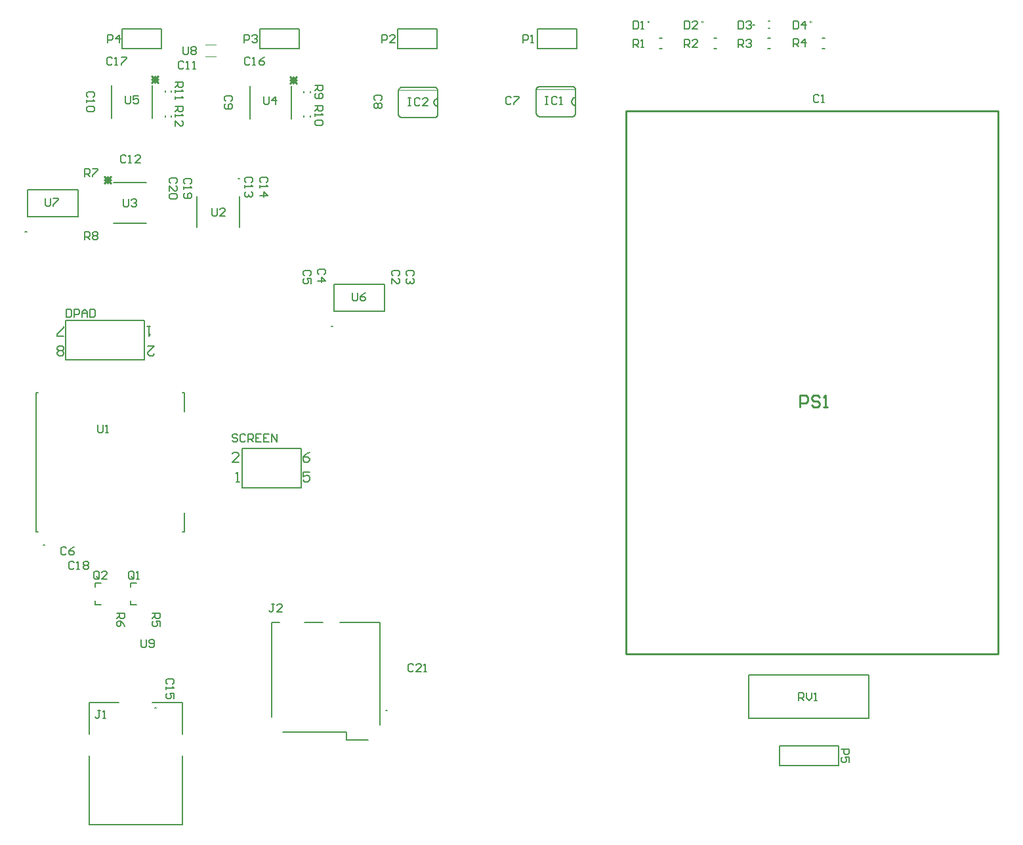
<source format=gto>
G04*
G04 #@! TF.GenerationSoftware,Altium Limited,Altium Designer,22.10.1 (41)*
G04*
G04 Layer_Color=16777215*
%FSLAX25Y25*%
%MOIN*%
G70*
G04*
G04 #@! TF.SameCoordinates,AD521441-6981-4C9A-977E-8A670088B7DC*
G04*
G04*
G04 #@! TF.FilePolarity,Positive*
G04*
G01*
G75*
%ADD10C,0.00787*%
%ADD11C,0.00500*%
%ADD12C,0.00600*%
%ADD13C,0.00394*%
%ADD14C,0.00000*%
%ADD15C,0.01000*%
%ADD16C,0.00800*%
%ADD17C,0.00200*%
%ADD18C,0.00394*%
D10*
X132354Y221508D02*
X131567D01*
X132354D01*
X278614Y332236D02*
X277827D01*
X278614D01*
X231258Y407331D02*
X230470D01*
X231258D01*
X123114Y380236D02*
X122327D01*
X123114D01*
X492831Y485500D02*
X492043D01*
X492831D01*
X306224Y137307D02*
X305437D01*
X306224D01*
X505500Y119500D02*
X535500D01*
X505500Y109500D02*
Y119500D01*
Y109500D02*
X535500D01*
Y119500D01*
X143000Y335500D02*
X183000D01*
X143000Y315500D02*
X183000D01*
Y335500D01*
X143000Y315500D02*
Y335500D01*
X191500Y473500D02*
Y483500D01*
X171500Y473500D02*
X191500D01*
X171500D02*
Y483500D01*
X191500D01*
X261500Y473500D02*
Y483500D01*
X241500Y473500D02*
X261500D01*
X241500D02*
Y483500D01*
X261500D01*
X331500Y473500D02*
Y483500D01*
X311500Y473500D02*
X331500D01*
X311500D02*
Y483500D01*
X331500D01*
X402500Y473500D02*
Y483500D01*
X382500Y473500D02*
X402500D01*
X382500D02*
Y483500D01*
X402500D01*
X243333Y250500D02*
X262500D01*
X232500D02*
X262500D01*
X232500Y270500D02*
X262500D01*
X232500Y250500D02*
Y270500D01*
X262500Y250500D02*
Y270500D01*
X247457Y182189D02*
X251394D01*
X247457Y134157D02*
Y182189D01*
X302575Y130220D02*
Y182189D01*
X282102D02*
X302575D01*
X264386D02*
X273441D01*
X285449Y122346D02*
X296669D01*
X285449D02*
Y126283D01*
X253362D02*
X285449D01*
D11*
X188967Y138740D02*
X188191D01*
X188967D01*
X527071Y473323D02*
X528410D01*
X527071Y478677D02*
X528410D01*
X202197Y298870D02*
X203378D01*
Y288988D02*
Y298870D01*
Y228004D02*
Y237886D01*
X202197Y228004D02*
X203378D01*
X127787Y298870D02*
X128969D01*
X127787Y228004D02*
Y298870D01*
Y228004D02*
X128969D01*
X154819Y125354D02*
Y141378D01*
X187004D02*
X202181D01*
Y125354D02*
Y141378D01*
X154819Y79528D02*
Y114409D01*
X202181Y79528D02*
Y114409D01*
X154819Y79528D02*
X202181D01*
X154819Y141378D02*
X169996D01*
X489988Y155524D02*
X551012D01*
X489988Y133476D02*
X551012D01*
X489988D02*
Y155524D01*
X551012Y133476D02*
Y155524D01*
X279205Y353890D02*
X304795D01*
Y340110D02*
Y353890D01*
X279205Y340110D02*
X304795D01*
X279205D02*
Y353890D01*
X231317Y382646D02*
Y398354D01*
X209683Y382646D02*
Y398354D01*
X123705Y401890D02*
X149295D01*
Y388110D02*
Y401890D01*
X123705Y388110D02*
X149295D01*
X123705D02*
Y401890D01*
X193425Y438831D02*
Y439461D01*
X196575Y438831D02*
Y439461D01*
Y451331D02*
Y451961D01*
X193425Y451331D02*
Y451961D01*
X263925Y451039D02*
Y451669D01*
X267075Y451039D02*
Y451669D01*
Y438831D02*
Y439461D01*
X263925Y438831D02*
Y439461D01*
X499591Y478677D02*
X500929D01*
X499591Y473323D02*
X500929D01*
X499976Y487272D02*
X500646D01*
X499976Y483728D02*
X500646D01*
X472071Y478677D02*
X473409D01*
X472071Y473323D02*
X473409D01*
X444571Y478677D02*
X445909D01*
X444571Y473323D02*
X445909D01*
D12*
X332000Y448000D02*
X331000Y447732D01*
X330268Y447000D01*
X330000Y446000D01*
X330268Y445000D01*
X331000Y444268D01*
X332000Y444000D01*
Y452200D02*
X331561Y453261D01*
X330500Y453700D01*
X312000Y439800D02*
X312439Y438739D01*
X313500Y438300D01*
X330500D02*
X331561Y438739D01*
X332000Y439800D01*
X313500Y453700D02*
X312439Y453261D01*
X312000Y452200D01*
X402000Y448500D02*
X401000Y448232D01*
X400268Y447500D01*
X400000Y446500D01*
X400268Y445500D01*
X401000Y444768D01*
X402000Y444500D01*
Y452700D02*
X401561Y453761D01*
X400500Y454200D01*
X382000Y440300D02*
X382439Y439239D01*
X383500Y438800D01*
X400500D02*
X401561Y439239D01*
X402000Y440300D01*
X383500Y454200D02*
X382439Y453761D01*
X382000Y452700D01*
X167100Y384600D02*
X183900D01*
X167100Y405400D02*
X183900D01*
X332000Y439800D02*
Y452200D01*
X312000Y439800D02*
Y452200D01*
X313500Y453700D02*
X330500D01*
X313500Y438300D02*
X330500D01*
X166100Y437900D02*
Y454700D01*
X186900Y437900D02*
Y454700D01*
X257400Y437600D02*
Y454400D01*
X236600Y437600D02*
Y454400D01*
X402000Y440300D02*
Y452700D01*
X382000Y440300D02*
Y452700D01*
X383500Y454200D02*
X400500D01*
X383500Y438800D02*
X400500D01*
D13*
X212760Y475650D02*
D03*
D14*
X521760Y487075D02*
X521010Y487508D01*
Y486642D01*
X521760Y487075D01*
X466760D02*
X466010Y487508D01*
Y486642D01*
X466760Y487075D01*
X439354D02*
X438604Y487508D01*
Y486642D01*
X439354Y487075D01*
D15*
X427425Y166032D02*
Y441622D01*
Y166032D02*
X616402D01*
X427425Y441622D02*
X616402D01*
Y166032D02*
Y441622D01*
X516002Y291501D02*
Y297499D01*
X519001D01*
X520001Y296499D01*
Y294500D01*
X519001Y293500D01*
X516002D01*
X525999Y296499D02*
X524999Y297499D01*
X523000D01*
X522000Y296499D01*
Y295500D01*
X523000Y294500D01*
X524999D01*
X525999Y293500D01*
Y292501D01*
X524999Y291501D01*
X523000D01*
X522000Y292501D01*
X527998Y291501D02*
X529998D01*
X528998D01*
Y297499D01*
X527998Y296499D01*
X162500Y408265D02*
X165832Y404933D01*
X162500D02*
X165832Y408265D01*
X162500Y406599D02*
X165832D01*
X164166Y404933D02*
Y408265D01*
X189765Y459300D02*
X186433Y455968D01*
Y459300D02*
X189765Y455968D01*
X188099Y459300D02*
Y455968D01*
X186433Y457634D02*
X189765D01*
X260265Y459000D02*
X256933Y455668D01*
Y459000D02*
X260265Y455668D01*
X258599Y459000D02*
Y455668D01*
X256933Y457334D02*
X260265D01*
D16*
X157731Y199900D02*
Y202100D01*
X160931D01*
X157731Y190900D02*
Y193100D01*
Y190900D02*
X160931D01*
X175731D02*
X178931D01*
X175731D02*
Y193100D01*
Y202100D02*
X178931D01*
X175731Y199900D02*
Y202100D01*
X512668Y474501D02*
Y478499D01*
X514667D01*
X515334Y477833D01*
Y476500D01*
X514667Y475834D01*
X512668D01*
X514001D02*
X515334Y474501D01*
X518666D02*
Y478499D01*
X516667Y476500D01*
X519332D01*
X159334Y282499D02*
Y279167D01*
X160001Y278501D01*
X161334D01*
X162000Y279167D01*
Y282499D01*
X163333Y278501D02*
X164666D01*
X163999D01*
Y282499D01*
X163333Y281833D01*
X184668Y322500D02*
X188000D01*
X184668Y319168D01*
Y318335D01*
X185501Y317502D01*
X187167D01*
X188000Y318335D01*
X186000Y332500D02*
X184334D01*
X185167D01*
Y327502D01*
X186000Y328335D01*
X142000Y327502D02*
X138668D01*
Y328335D01*
X142000Y331667D01*
Y332500D01*
Y318335D02*
X141167Y317502D01*
X139501D01*
X138668Y318335D01*
Y319168D01*
X139501Y320001D01*
X138668Y320834D01*
Y321667D01*
X139501Y322500D01*
X141167D01*
X142000Y321667D01*
Y320834D01*
X141167Y320001D01*
X142000Y319168D01*
Y318335D01*
X141167Y320001D02*
X139501D01*
X229500Y253500D02*
X231166D01*
X230333D01*
Y258498D01*
X229500Y257665D01*
X230832Y263500D02*
X227500D01*
X230832Y266832D01*
Y267665D01*
X229999Y268498D01*
X228333D01*
X227500Y267665D01*
X266832Y258498D02*
X263500D01*
Y255999D01*
X265166Y256832D01*
X265999D01*
X266832Y255999D01*
Y254333D01*
X265999Y253500D01*
X264333D01*
X263500Y254333D01*
X266832Y268498D02*
X265166Y267665D01*
X263500Y265999D01*
Y264333D01*
X264333Y263500D01*
X265999D01*
X266832Y264333D01*
Y265166D01*
X265999Y265999D01*
X263500D01*
X181168Y173499D02*
Y170167D01*
X181834Y169501D01*
X183167D01*
X183834Y170167D01*
Y173499D01*
X185167Y170167D02*
X185833Y169501D01*
X187166D01*
X187832Y170167D01*
Y172833D01*
X187166Y173499D01*
X185833D01*
X185167Y172833D01*
Y172167D01*
X185833Y171500D01*
X187832D01*
X202668Y474499D02*
Y471167D01*
X203334Y470501D01*
X204667D01*
X205334Y471167D01*
Y474499D01*
X206666Y473833D02*
X207333Y474499D01*
X208666D01*
X209332Y473833D01*
Y473166D01*
X208666Y472500D01*
X209332Y471834D01*
Y471167D01*
X208666Y470501D01*
X207333D01*
X206666Y471167D01*
Y471834D01*
X207333Y472500D01*
X206666Y473166D01*
Y473833D01*
X207333Y472500D02*
X208666D01*
X132668Y397499D02*
Y394167D01*
X133334Y393501D01*
X134667D01*
X135334Y394167D01*
Y397499D01*
X136667D02*
X139332D01*
Y396833D01*
X136667Y394167D01*
Y393501D01*
X288668Y349499D02*
Y346167D01*
X289334Y345501D01*
X290667D01*
X291334Y346167D01*
Y349499D01*
X295332D02*
X293999Y348833D01*
X292667Y347500D01*
Y346167D01*
X293333Y345501D01*
X294666D01*
X295332Y346167D01*
Y346834D01*
X294666Y347500D01*
X292667D01*
X173168Y449499D02*
Y446167D01*
X173834Y445501D01*
X175167D01*
X175833Y446167D01*
Y449499D01*
X179832D02*
X177166D01*
Y447500D01*
X178499Y448166D01*
X179166D01*
X179832Y447500D01*
Y446167D01*
X179166Y445501D01*
X177833D01*
X177166Y446167D01*
X243668Y448999D02*
Y445667D01*
X244334Y445001D01*
X245667D01*
X246334Y445667D01*
Y448999D01*
X249666Y445001D02*
Y448999D01*
X247667Y447000D01*
X250332D01*
X172168Y396999D02*
Y393667D01*
X172834Y393001D01*
X174167D01*
X174834Y393667D01*
Y396999D01*
X176166Y396333D02*
X176833Y396999D01*
X178166D01*
X178832Y396333D01*
Y395666D01*
X178166Y395000D01*
X177499D01*
X178166D01*
X178832Y394334D01*
Y393667D01*
X178166Y393001D01*
X176833D01*
X176166Y393667D01*
X217168Y392499D02*
Y389167D01*
X217834Y388501D01*
X219167D01*
X219834Y389167D01*
Y392499D01*
X223832Y388501D02*
X221166D01*
X223832Y391166D01*
Y391833D01*
X223166Y392499D01*
X221833D01*
X221166Y391833D01*
X230166Y277032D02*
X229499Y277699D01*
X228166D01*
X227500Y277032D01*
Y276366D01*
X228166Y275699D01*
X229499D01*
X230166Y275033D01*
Y274366D01*
X229499Y273700D01*
X228166D01*
X227500Y274366D01*
X234165Y277032D02*
X233498Y277699D01*
X232165D01*
X231499Y277032D01*
Y274366D01*
X232165Y273700D01*
X233498D01*
X234165Y274366D01*
X235497Y273700D02*
Y277699D01*
X237497D01*
X238163Y277032D01*
Y275699D01*
X237497Y275033D01*
X235497D01*
X236830D02*
X238163Y273700D01*
X242162Y277699D02*
X239496D01*
Y273700D01*
X242162D01*
X239496Y275699D02*
X240829D01*
X246161Y277699D02*
X243495D01*
Y273700D01*
X246161D01*
X243495Y275699D02*
X244828D01*
X247494Y273700D02*
Y277699D01*
X250159Y273700D01*
Y277699D01*
X515335Y142501D02*
Y146499D01*
X517334D01*
X518001Y145833D01*
Y144500D01*
X517334Y143833D01*
X515335D01*
X516668D02*
X518001Y142501D01*
X519334Y146499D02*
Y143833D01*
X520666Y142501D01*
X521999Y143833D01*
Y146499D01*
X523332Y142501D02*
X524665D01*
X523999D01*
Y146499D01*
X523332Y145833D01*
X198501Y443998D02*
X202499D01*
Y441999D01*
X201833Y441333D01*
X200500D01*
X199834Y441999D01*
Y443998D01*
Y442665D02*
X198501Y441333D01*
Y440000D02*
Y438667D01*
Y439333D01*
X202499D01*
X201833Y440000D01*
X198501Y434002D02*
Y436667D01*
X201167Y434002D01*
X201833D01*
X202499Y434668D01*
Y436001D01*
X201833Y436667D01*
X198501Y456332D02*
X202499D01*
Y454333D01*
X201833Y453666D01*
X200500D01*
X199834Y454333D01*
Y456332D01*
Y454999D02*
X198501Y453666D01*
Y452333D02*
Y451000D01*
Y451667D01*
X202499D01*
X201833Y452333D01*
X198501Y449001D02*
Y447668D01*
Y448335D01*
X202499D01*
X201833Y449001D01*
X269501Y444498D02*
X273499D01*
Y442499D01*
X272833Y441833D01*
X271500D01*
X270834Y442499D01*
Y444498D01*
Y443165D02*
X269501Y441833D01*
Y440500D02*
Y439167D01*
Y439833D01*
X273499D01*
X272833Y440500D01*
Y437167D02*
X273499Y436501D01*
Y435168D01*
X272833Y434502D01*
X270167D01*
X269501Y435168D01*
Y436501D01*
X270167Y437167D01*
X272833D01*
X269501Y454832D02*
X273499D01*
Y452833D01*
X272833Y452166D01*
X271500D01*
X270834Y452833D01*
Y454832D01*
Y453499D02*
X269501Y452166D01*
X270167Y450834D02*
X269501Y450167D01*
Y448834D01*
X270167Y448168D01*
X272833D01*
X273499Y448834D01*
Y450167D01*
X272833Y450834D01*
X272166D01*
X271500Y450167D01*
Y448168D01*
X152668Y376501D02*
Y380499D01*
X154667D01*
X155333Y379833D01*
Y378500D01*
X154667Y377834D01*
X152668D01*
X154001D02*
X155333Y376501D01*
X156667Y379833D02*
X157333Y380499D01*
X158666D01*
X159332Y379833D01*
Y379166D01*
X158666Y378500D01*
X159332Y377834D01*
Y377167D01*
X158666Y376501D01*
X157333D01*
X156667Y377167D01*
Y377834D01*
X157333Y378500D01*
X156667Y379166D01*
Y379833D01*
X157333Y378500D02*
X158666D01*
X152668Y408501D02*
Y412499D01*
X154667D01*
X155333Y411833D01*
Y410500D01*
X154667Y409834D01*
X152668D01*
X154001D02*
X155333Y408501D01*
X156667Y412499D02*
X159332D01*
Y411833D01*
X156667Y409167D01*
Y408501D01*
X169001Y186832D02*
X172999D01*
Y184833D01*
X172333Y184167D01*
X171000D01*
X170334Y184833D01*
Y186832D01*
Y185499D02*
X169001Y184167D01*
X172999Y180168D02*
X172333Y181501D01*
X171000Y182834D01*
X169667D01*
X169001Y182167D01*
Y180834D01*
X169667Y180168D01*
X170334D01*
X171000Y180834D01*
Y182834D01*
X187001Y186832D02*
X190999D01*
Y184833D01*
X190333Y184167D01*
X189000D01*
X188333Y184833D01*
Y186832D01*
Y185499D02*
X187001Y184167D01*
X190999Y180168D02*
Y182834D01*
X189000D01*
X189666Y181501D01*
Y180834D01*
X189000Y180168D01*
X187667D01*
X187001Y180834D01*
Y182167D01*
X187667Y182834D01*
X484687Y474001D02*
Y477999D01*
X486687D01*
X487353Y477333D01*
Y476000D01*
X486687Y475334D01*
X484687D01*
X486020D02*
X487353Y474001D01*
X488686Y477333D02*
X489353Y477999D01*
X490686D01*
X491352Y477333D01*
Y476666D01*
X490686Y476000D01*
X490019D01*
X490686D01*
X491352Y475334D01*
Y474667D01*
X490686Y474001D01*
X489353D01*
X488686Y474667D01*
X457148Y474001D02*
Y477999D01*
X459147D01*
X459814Y477333D01*
Y476000D01*
X459147Y475334D01*
X457148D01*
X458481D02*
X459814Y474001D01*
X463813D02*
X461147D01*
X463813Y476666D01*
Y477333D01*
X463146Y477999D01*
X461813D01*
X461147Y477333D01*
X431334Y474001D02*
Y477999D01*
X433334D01*
X434000Y477333D01*
Y476000D01*
X433334Y475334D01*
X431334D01*
X432667D02*
X434000Y474001D01*
X435333D02*
X436666D01*
X435999D01*
Y477999D01*
X435333Y477333D01*
X159834Y204667D02*
Y207333D01*
X159167Y207999D01*
X157834D01*
X157168Y207333D01*
Y204667D01*
X157834Y204001D01*
X159167D01*
X158501Y205334D02*
X159834Y204001D01*
X159167D02*
X159834Y204667D01*
X163832Y204001D02*
X161167D01*
X163832Y206666D01*
Y207333D01*
X163166Y207999D01*
X161833D01*
X161167Y207333D01*
X177500Y204667D02*
Y207333D01*
X176833Y207999D01*
X175501D01*
X174834Y207333D01*
Y204667D01*
X175501Y204001D01*
X176833D01*
X176167Y205334D02*
X177500Y204001D01*
X176833D02*
X177500Y204667D01*
X178833Y204001D02*
X180166D01*
X179499D01*
Y207999D01*
X178833Y207333D01*
X537001Y117832D02*
X540999D01*
Y115833D01*
X540333Y115166D01*
X539000D01*
X538334Y115833D01*
Y117832D01*
X540999Y111168D02*
Y113833D01*
X539000D01*
X539666Y112501D01*
Y111834D01*
X539000Y111168D01*
X537667D01*
X537001Y111834D01*
Y113167D01*
X537667Y113833D01*
X164168Y476501D02*
Y480499D01*
X166167D01*
X166833Y479833D01*
Y478500D01*
X166167Y477834D01*
X164168D01*
X170166Y476501D02*
Y480499D01*
X168166Y478500D01*
X170832D01*
X233668Y476501D02*
Y480499D01*
X235667D01*
X236334Y479833D01*
Y478500D01*
X235667Y477834D01*
X233668D01*
X237667Y479833D02*
X238333Y480499D01*
X239666D01*
X240332Y479833D01*
Y479166D01*
X239666Y478500D01*
X238999D01*
X239666D01*
X240332Y477834D01*
Y477167D01*
X239666Y476501D01*
X238333D01*
X237667Y477167D01*
X303668Y476501D02*
Y480499D01*
X305667D01*
X306334Y479833D01*
Y478500D01*
X305667Y477834D01*
X303668D01*
X310332Y476501D02*
X307666D01*
X310332Y479166D01*
Y479833D01*
X309666Y480499D01*
X308333D01*
X307666Y479833D01*
X375334Y476501D02*
Y480499D01*
X377334D01*
X378000Y479833D01*
Y478500D01*
X377334Y477834D01*
X375334D01*
X379333Y476501D02*
X380666D01*
X379999D01*
Y480499D01*
X379333Y479833D01*
X248866Y191299D02*
X247533D01*
X248199D01*
Y187967D01*
X247533Y187300D01*
X246866D01*
X246200Y187967D01*
X252865Y187300D02*
X250199D01*
X252865Y189966D01*
Y190632D01*
X252198Y191299D01*
X250865D01*
X250199Y190632D01*
X160500Y137499D02*
X159167D01*
X159834D01*
Y134167D01*
X159167Y133501D01*
X158501D01*
X157834Y134167D01*
X161833Y133501D02*
X163166D01*
X162499D01*
Y137499D01*
X161833Y136833D01*
X317002Y448499D02*
X318335D01*
X317668D01*
Y444501D01*
X317002D01*
X318335D01*
X323000Y447833D02*
X322333Y448499D01*
X321000D01*
X320334Y447833D01*
Y445167D01*
X321000Y444501D01*
X322333D01*
X323000Y445167D01*
X326998Y444501D02*
X324333D01*
X326998Y447166D01*
Y447833D01*
X326332Y448499D01*
X324999D01*
X324333Y447833D01*
X386668Y448999D02*
X388001D01*
X387334D01*
Y445001D01*
X386668D01*
X388001D01*
X392666Y448333D02*
X392000Y448999D01*
X390667D01*
X390000Y448333D01*
Y445667D01*
X390667Y445001D01*
X392000D01*
X392666Y445667D01*
X393999Y445001D02*
X395332D01*
X394666D01*
Y448999D01*
X393999Y448333D01*
X143169Y340999D02*
Y337001D01*
X145168D01*
X145835Y337667D01*
Y340333D01*
X145168Y340999D01*
X143169D01*
X147168Y337001D02*
Y340999D01*
X149167D01*
X149834Y340333D01*
Y339000D01*
X149167Y338334D01*
X147168D01*
X151166Y337001D02*
Y339666D01*
X152499Y340999D01*
X153832Y339666D01*
Y337001D01*
Y339000D01*
X151166D01*
X155165Y340999D02*
Y337001D01*
X157165D01*
X157831Y337667D01*
Y340333D01*
X157165Y340999D01*
X155165D01*
X512668Y487499D02*
Y483501D01*
X514667D01*
X515334Y484167D01*
Y486833D01*
X514667Y487499D01*
X512668D01*
X518666Y483501D02*
Y487499D01*
X516667Y485500D01*
X519332D01*
X484668Y487499D02*
Y483501D01*
X486667D01*
X487334Y484167D01*
Y486833D01*
X486667Y487499D01*
X484668D01*
X488666Y486833D02*
X489333Y487499D01*
X490666D01*
X491332Y486833D01*
Y486166D01*
X490666Y485500D01*
X489999D01*
X490666D01*
X491332Y484834D01*
Y484167D01*
X490666Y483501D01*
X489333D01*
X488666Y484167D01*
X457168Y487499D02*
Y483501D01*
X459167D01*
X459834Y484167D01*
Y486833D01*
X459167Y487499D01*
X457168D01*
X463832Y483501D02*
X461166D01*
X463832Y486166D01*
Y486833D01*
X463166Y487499D01*
X461833D01*
X461166Y486833D01*
X431334Y487499D02*
Y483501D01*
X433334D01*
X434000Y484167D01*
Y486833D01*
X433334Y487499D01*
X431334D01*
X435333Y483501D02*
X436666D01*
X435999D01*
Y487499D01*
X435333Y486833D01*
X319501Y160333D02*
X318834Y160999D01*
X317501D01*
X316835Y160333D01*
Y157667D01*
X317501Y157001D01*
X318834D01*
X319501Y157667D01*
X323499Y157001D02*
X320834D01*
X323499Y159667D01*
Y160333D01*
X322833Y160999D01*
X321500D01*
X320834Y160333D01*
X324832Y157001D02*
X326165D01*
X325499D01*
Y160999D01*
X324832Y160333D01*
X198833Y405166D02*
X199499Y405832D01*
Y407165D01*
X198833Y407832D01*
X196167D01*
X195501Y407165D01*
Y405832D01*
X196167Y405166D01*
X195501Y401167D02*
Y403833D01*
X198167Y401167D01*
X198833D01*
X199499Y401834D01*
Y403166D01*
X198833Y403833D01*
Y399834D02*
X199499Y399168D01*
Y397835D01*
X198833Y397168D01*
X196167D01*
X195501Y397835D01*
Y399168D01*
X196167Y399834D01*
X198833D01*
X206333Y404833D02*
X206999Y405499D01*
Y406832D01*
X206333Y407498D01*
X203667D01*
X203001Y406832D01*
Y405499D01*
X203667Y404833D01*
X203001Y403500D02*
Y402167D01*
Y402833D01*
X206999D01*
X206333Y403500D01*
X203667Y400167D02*
X203001Y399501D01*
Y398168D01*
X203667Y397502D01*
X206333D01*
X206999Y398168D01*
Y399501D01*
X206333Y400167D01*
X205666D01*
X205000Y399501D01*
Y397502D01*
X147167Y212333D02*
X146501Y212999D01*
X145168D01*
X144502Y212333D01*
Y209667D01*
X145168Y209001D01*
X146501D01*
X147167Y209667D01*
X148500Y209001D02*
X149833D01*
X149167D01*
Y212999D01*
X148500Y212333D01*
X151833D02*
X152499Y212999D01*
X153832D01*
X154498Y212333D01*
Y211666D01*
X153832Y211000D01*
X154498Y210334D01*
Y209667D01*
X153832Y209001D01*
X152499D01*
X151833Y209667D01*
Y210334D01*
X152499Y211000D01*
X151833Y211666D01*
Y212333D01*
X152499Y211000D02*
X153832D01*
X166667Y468333D02*
X166001Y468999D01*
X164668D01*
X164002Y468333D01*
Y465667D01*
X164668Y465001D01*
X166001D01*
X166667Y465667D01*
X168000Y465001D02*
X169333D01*
X168667D01*
Y468999D01*
X168000Y468333D01*
X171333Y468999D02*
X173998D01*
Y468333D01*
X171333Y465667D01*
Y465001D01*
X236667Y468333D02*
X236001Y468999D01*
X234668D01*
X234002Y468333D01*
Y465667D01*
X234668Y465001D01*
X236001D01*
X236667Y465667D01*
X238000Y465001D02*
X239333D01*
X238667D01*
Y468999D01*
X238000Y468333D01*
X243998Y468999D02*
X242666Y468333D01*
X241333Y467000D01*
Y465667D01*
X241999Y465001D01*
X243332D01*
X243998Y465667D01*
Y466334D01*
X243332Y467000D01*
X241333D01*
X197333Y150833D02*
X197999Y151499D01*
Y152832D01*
X197333Y153498D01*
X194667D01*
X194001Y152832D01*
Y151499D01*
X194667Y150833D01*
X194001Y149500D02*
Y148167D01*
Y148833D01*
X197999D01*
X197333Y149500D01*
X197999Y143502D02*
Y146167D01*
X196000D01*
X196667Y144834D01*
Y144168D01*
X196000Y143502D01*
X194667D01*
X194001Y144168D01*
Y145501D01*
X194667Y146167D01*
X244833Y405333D02*
X245499Y405999D01*
Y407332D01*
X244833Y407998D01*
X242167D01*
X241501Y407332D01*
Y405999D01*
X242167Y405333D01*
X241501Y404000D02*
Y402667D01*
Y403333D01*
X245499D01*
X244833Y404000D01*
X241501Y398668D02*
X245499D01*
X243500Y400667D01*
Y398002D01*
X237333Y405333D02*
X237999Y405999D01*
Y407332D01*
X237333Y407998D01*
X234667D01*
X234001Y407332D01*
Y405999D01*
X234667Y405333D01*
X234001Y404000D02*
Y402667D01*
Y403333D01*
X237999D01*
X237333Y404000D01*
Y400667D02*
X237999Y400001D01*
Y398668D01*
X237333Y398002D01*
X236666D01*
X236000Y398668D01*
Y399335D01*
Y398668D01*
X235334Y398002D01*
X234667D01*
X234001Y398668D01*
Y400001D01*
X234667Y400667D01*
X173667Y418833D02*
X173001Y419499D01*
X171668D01*
X171002Y418833D01*
Y416167D01*
X171668Y415501D01*
X173001D01*
X173667Y416167D01*
X175000Y415501D02*
X176333D01*
X175667D01*
Y419499D01*
X175000Y418833D01*
X180998Y415501D02*
X178333D01*
X180998Y418166D01*
Y418833D01*
X180332Y419499D01*
X178999D01*
X178333Y418833D01*
X202731Y466333D02*
X202065Y466999D01*
X200732D01*
X200066Y466333D01*
Y463667D01*
X200732Y463001D01*
X202065D01*
X202731Y463667D01*
X204064Y463001D02*
X205397D01*
X204731D01*
Y466999D01*
X204064Y466333D01*
X207397Y463001D02*
X208730D01*
X208063D01*
Y466999D01*
X207397Y466333D01*
X156833Y448833D02*
X157499Y449499D01*
Y450832D01*
X156833Y451498D01*
X154167D01*
X153501Y450832D01*
Y449499D01*
X154167Y448833D01*
X153501Y447500D02*
Y446167D01*
Y446833D01*
X157499D01*
X156833Y447500D01*
Y444167D02*
X157499Y443501D01*
Y442168D01*
X156833Y441502D01*
X154167D01*
X153501Y442168D01*
Y443501D01*
X154167Y444167D01*
X156833D01*
X226833Y446666D02*
X227499Y447333D01*
Y448666D01*
X226833Y449332D01*
X224167D01*
X223501Y448666D01*
Y447333D01*
X224167Y446666D01*
Y445333D02*
X223501Y444667D01*
Y443334D01*
X224167Y442668D01*
X226833D01*
X227499Y443334D01*
Y444667D01*
X226833Y445333D01*
X226166D01*
X225500Y444667D01*
Y442668D01*
X302833Y447166D02*
X303499Y447833D01*
Y449166D01*
X302833Y449832D01*
X300167D01*
X299501Y449166D01*
Y447833D01*
X300167Y447166D01*
X302833Y445833D02*
X303499Y445167D01*
Y443834D01*
X302833Y443168D01*
X302166D01*
X301500Y443834D01*
X300834Y443168D01*
X300167D01*
X299501Y443834D01*
Y445167D01*
X300167Y445833D01*
X300834D01*
X301500Y445167D01*
X302166Y445833D01*
X302833D01*
X301500Y445167D02*
Y443834D01*
X369334Y448333D02*
X368667Y448999D01*
X367334D01*
X366668Y448333D01*
Y445667D01*
X367334Y445001D01*
X368667D01*
X369334Y445667D01*
X370667Y448999D02*
X373332D01*
Y448333D01*
X370667Y445667D01*
Y445001D01*
X143377Y219833D02*
X142710Y220499D01*
X141377D01*
X140711Y219833D01*
Y217167D01*
X141377Y216501D01*
X142710D01*
X143377Y217167D01*
X147376Y220499D02*
X146043Y219833D01*
X144710Y218500D01*
Y217167D01*
X145376Y216501D01*
X146709D01*
X147376Y217167D01*
Y217834D01*
X146709Y218500D01*
X144710D01*
X266833Y358166D02*
X267499Y358833D01*
Y360166D01*
X266833Y360832D01*
X264167D01*
X263501Y360166D01*
Y358833D01*
X264167Y358166D01*
X267499Y354168D02*
Y356834D01*
X265500D01*
X266166Y355501D01*
Y354834D01*
X265500Y354168D01*
X264167D01*
X263501Y354834D01*
Y356167D01*
X264167Y356834D01*
X274333Y358769D02*
X274999Y359435D01*
Y360768D01*
X274333Y361435D01*
X271667D01*
X271001Y360768D01*
Y359435D01*
X271667Y358769D01*
X271001Y355436D02*
X274999D01*
X273000Y357436D01*
Y354770D01*
X319333Y358166D02*
X319999Y358833D01*
Y360166D01*
X319333Y360832D01*
X316667D01*
X316001Y360166D01*
Y358833D01*
X316667Y358166D01*
X319333Y356834D02*
X319999Y356167D01*
Y354834D01*
X319333Y354168D01*
X318666D01*
X318000Y354834D01*
Y355501D01*
Y354834D01*
X317334Y354168D01*
X316667D01*
X316001Y354834D01*
Y356167D01*
X316667Y356834D01*
X311833Y358166D02*
X312499Y358833D01*
Y360166D01*
X311833Y360832D01*
X309167D01*
X308501Y360166D01*
Y358833D01*
X309167Y358166D01*
X308501Y354168D02*
Y356834D01*
X311166Y354168D01*
X311833D01*
X312499Y354834D01*
Y356167D01*
X311833Y356834D01*
X525500Y449333D02*
X524834Y449999D01*
X523501D01*
X522834Y449333D01*
Y446667D01*
X523501Y446001D01*
X524834D01*
X525500Y446667D01*
X526833Y446001D02*
X528166D01*
X527499D01*
Y449999D01*
X526833Y449333D01*
D17*
X312000Y452300D02*
X332000D01*
X382000Y452800D02*
X402000D01*
D18*
X213744Y475453D02*
X219256D01*
X213744Y469547D02*
X219256D01*
M02*

</source>
